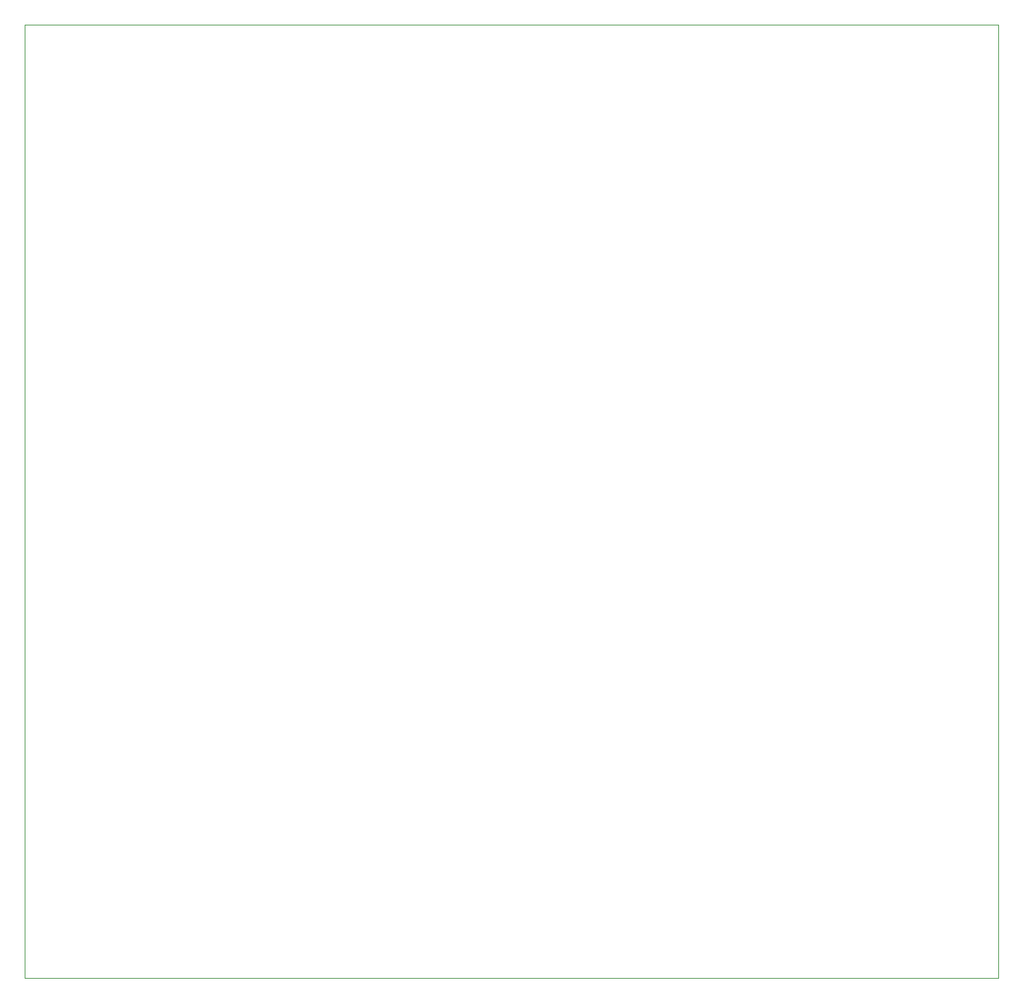
<source format=gbr>
%TF.GenerationSoftware,KiCad,Pcbnew,(6.0.5-0)*%
%TF.CreationDate,2022-11-03T10:05:23-06:00*%
%TF.ProjectId,mega_led_mapper_shield,6d656761-5f6c-4656-945f-6d6170706572,rev?*%
%TF.SameCoordinates,Original*%
%TF.FileFunction,Profile,NP*%
%FSLAX46Y46*%
G04 Gerber Fmt 4.6, Leading zero omitted, Abs format (unit mm)*
G04 Created by KiCad (PCBNEW (6.0.5-0)) date 2022-11-03 10:05:23*
%MOMM*%
%LPD*%
G01*
G04 APERTURE LIST*
%TA.AperFunction,Profile*%
%ADD10C,0.100000*%
%TD*%
G04 APERTURE END LIST*
D10*
X106680000Y-43180000D02*
X-10160000Y-43180000D01*
X106680000Y71120000D02*
X106680000Y-43180000D01*
X-10160000Y71120000D02*
X106680000Y71120000D01*
X-10160000Y-43180000D02*
X-10160000Y71120000D01*
M02*

</source>
